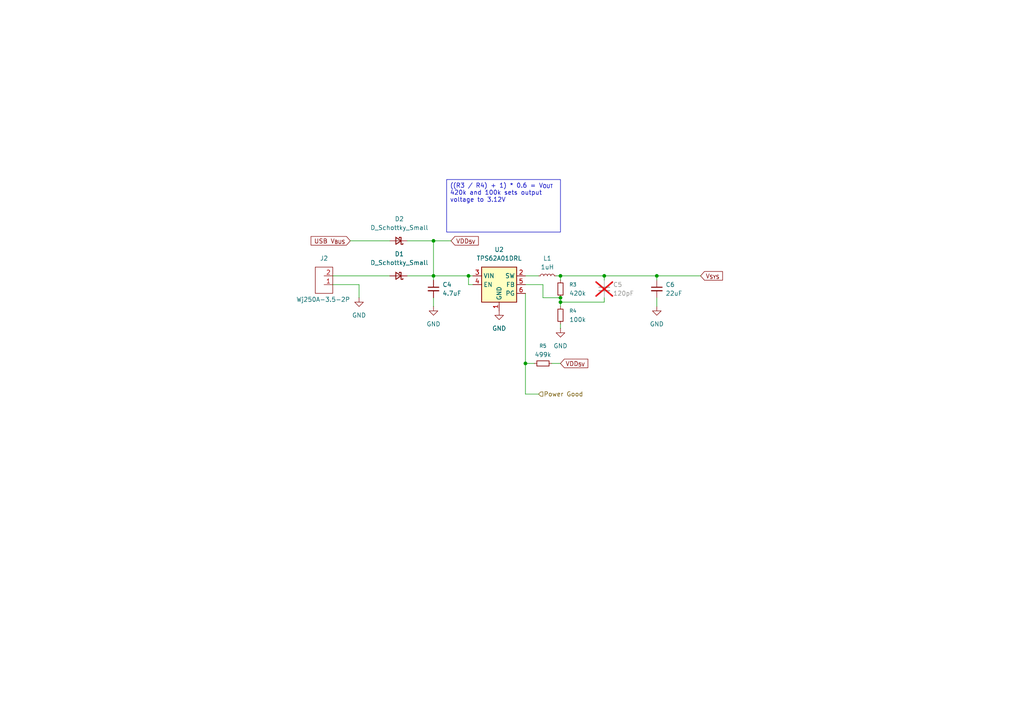
<source format=kicad_sch>
(kicad_sch (version 20250114) (generator "eeschema") (generator_version "9.0")
  (paper "A4")
  (title_block (title "${TITLE} - Power") (rev "${VERSION}") (company "${COMPANY}") (comment 1 "${AUTHOR}"))
  (lib_symbols
    (symbol "Device:C_Small" (pin_numbers (hide yes)) (pin_names (offset 0.254) (hide yes))
      (property "Reference" "C" (at 0.254 1.778 0))
      (property "Value" "C_Small" (at 0.254 -2.032 0))
      (symbol "C_Small_0_1"
        (polyline (pts (xy -1.524 0.508) (xy 1.524 0.508)) (stroke (width 0.3048)))
        (polyline (pts (xy -1.524 -0.508) (xy 1.524 -0.508)) (stroke (width 0.3302)))
      )
      (symbol "C_Small_1_1"
        (pin passive line (at 0 2.54 270) (length 2.032) (name "~") (number "1"))
        (pin passive line (at 0 -2.54 90) (length 2.032) (name "~") (number "2"))
      )
    )
    (symbol "Device:D_Schottky_Small" (pin_numbers (hide yes)) (pin_names (offset 0.254) (hide yes))
      (property "Reference" "D" (at -1.27 2.032 0))
      (property "Value" "D_Schottky_Small" (at -7.112 -2.032 0))
      (symbol "D_Schottky_Small_0_1"
        (polyline (pts (xy -1.27 0.762) (xy -1.27 1.016) (xy -0.762 1.016) (xy -0.762 -1.016) (xy -0.254 -1.016) (xy -0.254 -0.762)) (stroke (width 0.254)))
        (polyline (pts (xy -0.762 0) (xy 0.762 0)))
        (polyline (pts (xy 0.762 -1.016) (xy -0.762 0) (xy 0.762 1.016) (xy 0.762 -1.016)) (stroke (width 0.254)))
      )
      (symbol "D_Schottky_Small_1_1"
        (pin passive line (at -2.54 0 0) (length 1.778) (name "K") (number "1"))
        (pin passive line (at 2.54 0 180) (length 1.778) (name "A") (number "2"))
      )
    )
    (symbol "Device:L_Small" (pin_numbers (hide yes)) (pin_names (offset 0.254) (hide yes))
      (property "Reference" "L" (at 0.762 1.016 0))
      (property "Value" "L_Small" (at 0.762 -1.016 0))
      (symbol "L_Small_0_1"
        (arc (start 0 2.032) (mid 0.5058 1.524) (end 0 1.016))
        (arc (start 0 1.016) (mid 0.5058 0.508) (end 0 0))
        (arc (start 0 0) (mid 0.5058 -0.508) (end 0 -1.016))
        (arc (start 0 -1.016) (mid 0.5058 -1.524) (end 0 -2.032))
      )
      (symbol "L_Small_1_1"
        (pin passive line (at 0 2.54 270) (length 0.508) (name "~") (number "1"))
        (pin passive line (at 0 -2.54 90) (length 0.508) (name "~") (number "2"))
      )
    )
    (symbol "Device:R_Small" (pin_numbers (hide yes)) (pin_names (offset 0.254) (hide yes))
      (property "Reference" "R" (at 0 0 90))
      (property "Value" "R_Small" (at 1.778 0 90))
      (symbol "R_Small_0_1"
        (rectangle (start -0.762 1.778) (end 0.762 -1.778) (stroke (width 0.2032)))
      )
      (symbol "R_Small_1_1"
        (pin passive line (at 0 2.54 270) (length 0.762) (name "~") (number "1"))
        (pin passive line (at 0 -2.54 90) (length 0.762) (name "~") (number "2"))
      )
    )
    (symbol "Regulator_Switching:TPS62A01DRL"
      (property "Reference" "U" (at -5.08 6.35 0))
      (property "Value" "TPS62A01DRL" (at 0 6.35 0))
      (symbol "TPS62A01DRL_0_1"
        (rectangle (start -5.08 5.08) (end 5.08 -5.08) (stroke (width 0.254)) (fill (type background)))
      )
      (symbol "TPS62A01DRL_1_1"
        (pin power_in line (at -7.62 2.54 0) (length 2.54) (name "VIN") (number "3"))
        (pin input line (at -7.62 0 0) (length 2.54) (name "EN") (number "4"))
        (pin power_in line (at 0 -7.62 90) (length 2.54) (name "GND") (number "1"))
        (pin power_out line (at 7.62 2.54 180) (length 2.54) (name "SW") (number "2"))
        (pin input line (at 7.62 0 180) (length 2.54) (name "FB") (number "5"))
        (pin open_collector line (at 7.62 -2.54 180) (length 2.54) (name "PG") (number "6"))
      )
    )
    (symbol "power:GND" (power) (pin_numbers (hide yes)) (pin_names (offset 0) (hide yes))
      (property "Value" "GND" (at 0 -3.81 0))
      (symbol "GND_0_1"
        (polyline (pts (xy 0 0) (xy 0 -1.27) (xy 1.27 -1.27) (xy 0 -2.54) (xy -1.27 -1.27) (xy 0 -1.27)))
      )
      (symbol "GND_1_1"
        (pin power_in line (at 0 0 270) (length 0) (name "~") (number "1"))
      )
    )
    (symbol "talky-toaster:Spring_Terminal_2P"
      (property "Reference" "J2" (at 1.27 -10.16 0))
      (property "Value" "Wj250A-3.5-2P" (at 1.27 -7.62 0))
      (symbol "Spring_Terminal_2P_0_1"
        (rectangle (start -1.27 0) (end 3.81 -7.62))
      )
      (symbol "Spring_Terminal_2P_1_1"
        (pin unspecified line (at -1.27 -2.54 0) (length 2.54) (name "") (number "1"))
        (pin unspecified line (at -1.27 -5.08 0) (length 2.54) (name "") (number "2"))
      )
    )
  )
  (text_box "((R3 / R4) + 1) * 0.6 = V_{OUT}\n420k and 100k sets output voltage to 3.12V" (at 129.54 52.07 0) (size 33.02 15.24) (margins 0.9525 0.9525 0.9525 0.9525) (effects (font (size 1.27 1.27)) (justify left top)))
  (junction (at 175.26 80.01))
  (junction (at 125.73 80.01))
  (junction (at 162.56 80.01))
  (junction (at 152.4 105.41))
  (junction (at 162.56 87.63))
  (junction (at 162.56 86.36))
  (junction (at 135.89 80.01))
  (junction (at 190.5 80.01))
  (junction (at 125.73 69.85))
  (wire (pts (xy 162.56 86.36) (xy 162.56 87.63)))
  (wire (pts (xy 135.89 80.01) (xy 137.16 80.01)))
  (wire (pts (xy 190.5 80.01) (xy 203.2 80.01)))
  (wire (pts (xy 157.48 86.36) (xy 157.48 82.55)))
  (wire (pts (xy 104.14 82.55) (xy 96.52 82.55)))
  (wire (pts (xy 101.6 69.85) (xy 113.03 69.85)))
  (wire (pts (xy 175.26 87.63) (xy 162.56 87.63)))
  (wire (pts (xy 175.26 86.36) (xy 175.26 87.63)))
  (wire (pts (xy 190.5 81.28) (xy 190.5 80.01)))
  (wire (pts (xy 190.5 80.01) (xy 175.26 80.01)))
  (wire (pts (xy 152.4 114.3) (xy 156.21 114.3)))
  (wire (pts (xy 161.29 80.01) (xy 162.56 80.01)))
  (wire (pts (xy 125.73 81.28) (xy 125.73 80.01)))
  (wire (pts (xy 152.4 105.41) (xy 154.94 105.41)))
  (wire (pts (xy 125.73 86.36) (xy 125.73 88.9)))
  (wire (pts (xy 137.16 82.55) (xy 135.89 82.55)))
  (wire (pts (xy 96.52 80.01) (xy 113.03 80.01)))
  (wire (pts (xy 152.4 114.3) (xy 152.4 105.41)))
  (wire (pts (xy 118.11 80.01) (xy 125.73 80.01)))
  (wire (pts (xy 162.56 87.63) (xy 162.56 88.9)))
  (wire (pts (xy 175.26 80.01) (xy 162.56 80.01)))
  (wire (pts (xy 118.11 69.85) (xy 125.73 69.85)))
  (wire (pts (xy 104.14 86.36) (xy 104.14 82.55)))
  (wire (pts (xy 135.89 82.55) (xy 135.89 80.01)))
  (wire (pts (xy 152.4 80.01) (xy 156.21 80.01)))
  (wire (pts (xy 160.02 105.41) (xy 162.56 105.41)))
  (wire (pts (xy 152.4 82.55) (xy 157.48 82.55)))
  (wire (pts (xy 162.56 86.36) (xy 157.48 86.36)))
  (wire (pts (xy 125.73 69.85) (xy 130.81 69.85)))
  (wire (pts (xy 125.73 80.01) (xy 135.89 80.01)))
  (wire (pts (xy 125.73 69.85) (xy 125.73 80.01)))
  (wire (pts (xy 162.56 93.98) (xy 162.56 95.25)))
  (wire (pts (xy 152.4 85.09) (xy 152.4 105.41)))
  (wire (pts (xy 162.56 80.01) (xy 162.56 81.28)))
  (wire (pts (xy 175.26 81.28) (xy 175.26 80.01)))
  (wire (pts (xy 190.5 86.36) (xy 190.5 88.9)))
  (global_label "USB V_{BUS}" (shape input) (at 101.6 69.85 180) (property "Intersheetrefs" "${INTERSHEET_REFS}" (effects (hide yes))))
  (global_label "VDD_{5V}" (shape input) (at 130.81 69.85 0) (property "Intersheetrefs" "${INTERSHEET_REFS}" (effects (hide yes))))
  (global_label "VDD_{5V}" (shape input) (at 162.56 105.41 0) (property "Intersheetrefs" "${INTERSHEET_REFS}" (effects (hide yes))))
  (global_label "V_{SYS}" (shape input) (at 203.2 80.01 0) (property "Intersheetrefs" "${INTERSHEET_REFS}" (effects (hide yes))))
  (hierarchical_label "Power Good" (shape input) (at 156.21 114.3 0))
  (symbol (lib_id "power:GND") (at 144.78 90.17 0) (unit 1)
    (property "Reference" "#PWR06" (effects (hide yes)))
    (property "Value" "GND" (at 144.78 95.25 0))
    (property "Description" "Power symbol creates a global label with name \"GND\" , ground" (effects (hide yes)))
  )
  (symbol (lib_id "Device:R_Small") (at 162.56 91.44 0) (unit 1)
    (property "Reference" "R4" (at 165.1 90.1699 0) (effects (font (size 1.016 1.016)) (justify left)))
    (property "Value" "100k" (at 165.1 92.7099 0) (effects (justify left)))
    (property "Footprint" "Resistor_SMD:R_0402_1005Metric_Pad0.72x0.64mm_HandSolder" (effects (hide yes)))
    (property "Description" "Resistor, small symbol" (effects (hide yes)))
  )
  (symbol (lib_id "Device:D_Schottky_Small") (at 115.57 80.01 180) (unit 1)
    (property "Reference" "D1" (at 115.824 73.66 0))
    (property "Value" "D_Schottky_Small" (at 115.824 76.2 0))
    (property "Footprint" "Diode_SMD:D_SOD-123" (effects (hide yes)))
    (property "Description" "Schottky diode, small symbol" (effects (hide yes)))
  )
  (symbol (lib_id "talky-toaster:Spring_Terminal_2P") (at 95.25 85.09 180) (unit 1)
    (property "Reference" "J2" (at 93.98 74.93 0))
    (property "Value" "Wj250A-3.5-2P" (at 93.726 86.868 0))
    (property "Footprint" "talky-toaster:Spring Terminal 2P" (effects (hide yes)))
    (property "Description" "Spring clamp terminal" (effects (hide yes)))
    (property "Manufacturer" "Ningbo" (effects (hide yes)))
  )
  (symbol (lib_id "power:GND") (at 190.5 88.9 0) (unit 1)
    (property "Reference" "#PWR012" (effects (hide yes)))
    (property "Value" "GND" (at 190.5 93.98 0))
    (property "Description" "Power symbol creates a global label with name \"GND\" , ground" (effects (hide yes)))
  )
  (symbol (lib_id "Device:C_Small") (at 190.5 83.82 0) (unit 1)
    (property "Reference" "C6" (at 193.04 82.5562 0) (effects (justify left)))
    (property "Value" "22uF" (at 193.04 85.0962 0) (effects (justify left)))
    (property "Footprint" "Capacitor_SMD:C_0603_1608Metric_Pad1.08x0.95mm_HandSolder" (effects (hide yes)))
    (property "Description" "Unpolarized capacitor, small symbol" (effects (hide yes)))
  )
  (symbol (lib_id "Regulator_Switching:TPS62A01DRL") (at 144.78 82.55 0) (unit 1)
    (property "Reference" "U2" (at 144.78 72.39 0))
    (property "Value" "TPS62A01DRL" (at 144.78 74.93 0))
    (property "Footprint" "Package_TO_SOT_SMD:SOT-563" (effects (hide yes)))
    (property "Datasheet" "https://www.ti.com/lit/gpn/tps62a01" (effects (hide yes)))
    (property "Description" "High Efficiency Synchronous Buck Converter, Adjustable Output 0.6V-5.5V, 1A, Power Good, Enable, SOT-563" (effects (hide yes)))
  )
  (symbol (lib_id "power:GND") (at 162.56 95.25 0) (unit 1)
    (property "Reference" "#PWR011" (effects (hide yes)))
    (property "Value" "GND" (at 162.56 100.33 0))
    (property "Description" "Power symbol creates a global label with name \"GND\" , ground" (effects (hide yes)))
  )
  (symbol (lib_id "Device:C_Small") (at 175.26 83.82 0) (unit 1) (dnp yes)
    (property "Reference" "C5" (at 177.8 82.5562 0) (effects (justify left)))
    (property "Value" "120pF" (at 177.8 85.0962 0) (effects (justify left)))
    (property "Footprint" "Capacitor_SMD:C_0402_1005Metric_Pad0.74x0.62mm_HandSolder" (effects (hide yes)))
    (property "Description" "Unpolarized capacitor, small symbol" (effects (hide yes)))
  )
  (symbol (lib_id "Device:C_Small") (at 125.73 83.82 0) (unit 1)
    (property "Reference" "C4" (at 128.324 82.5562 0) (effects (justify left)))
    (property "Value" "4.7uF" (at 128.324 85.0962 0) (effects (justify left)))
    (property "Footprint" "Capacitor_SMD:C_0603_1608Metric_Pad1.08x0.95mm_HandSolder" (effects (hide yes)))
    (property "Description" "Unpolarized capacitor, small symbol" (effects (hide yes)))
  )
  (symbol (lib_id "power:GND") (at 125.73 88.9 0) (unit 1)
    (property "Reference" "#PWR07" (effects (hide yes)))
    (property "Value" "GND" (at 125.73 93.98 0))
    (property "Description" "Power symbol creates a global label with name \"GND\" , ground" (effects (hide yes)))
  )
  (symbol (lib_id "Device:R_Small") (at 162.56 83.82 0) (unit 1)
    (property "Reference" "R3" (at 165.1 82.5499 0) (effects (font (size 1.016 1.016)) (justify left)))
    (property "Value" "420k" (at 165.1 85.0899 0) (effects (justify left)))
    (property "Footprint" "Resistor_SMD:R_0402_1005Metric_Pad0.72x0.64mm_HandSolder" (effects (hide yes)))
    (property "Description" "Resistor, small symbol" (effects (hide yes)))
  )
  (symbol (lib_id "Device:L_Small") (at 158.75 80.01 90) (unit 1)
    (property "Reference" "L1" (at 158.75 74.93 90))
    (property "Value" "1uH" (at 158.75 77.47 90))
    (property "Footprint" "Inductor_SMD:L_1812_4532Metric_Pad1.30x3.40mm_HandSolder" (effects (hide yes)))
    (property "Description" "Inductor, small symbol" (effects (hide yes)))
  )
  (symbol (lib_id "Device:D_Schottky_Small") (at 115.57 69.85 180) (unit 1)
    (property "Reference" "D2" (at 115.824 63.5 0))
    (property "Value" "D_Schottky_Small" (at 115.824 66.04 0))
    (property "Footprint" "Diode_SMD:D_SOD-123" (effects (hide yes)))
    (property "Description" "Schottky diode, small symbol" (effects (hide yes)))
  )
  (symbol (lib_id "Device:R_Small") (at 157.48 105.41 90) (unit 1)
    (property "Reference" "R5" (at 157.48 100.33 90) (effects (font (size 1.016 1.016))))
    (property "Value" "499k" (at 157.48 102.87 90))
    (property "Footprint" "Resistor_SMD:R_0402_1005Metric_Pad0.72x0.64mm_HandSolder" (effects (hide yes)))
    (property "Description" "Resistor, small symbol" (effects (hide yes)))
  )
  (symbol (lib_id "power:GND") (at 104.14 86.36 0) (unit 1)
    (property "Reference" "#PWR013" (effects (hide yes)))
    (property "Value" "GND" (at 104.14 91.44 0))
    (property "Description" "Power symbol creates a global label with name \"GND\" , ground" (effects (hide yes)))
  )
)
</source>
